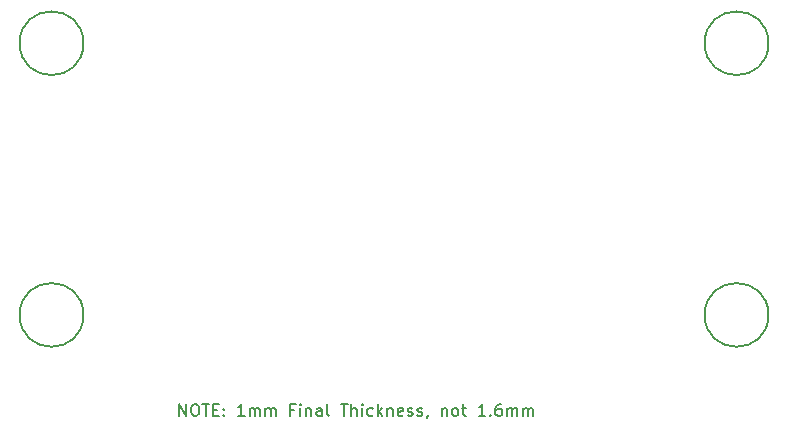
<source format=gbr>
G04 #@! TF.GenerationSoftware,KiCad,Pcbnew,(5.0.2)-1*
G04 #@! TF.CreationDate,2019-03-22T12:40:45+11:00*
G04 #@! TF.ProjectId,VeinCamHatZero,5665696e-4361-46d4-9861-745a65726f2e,rev?*
G04 #@! TF.SameCoordinates,Original*
G04 #@! TF.FileFunction,Other,Comment*
%FSLAX46Y46*%
G04 Gerber Fmt 4.6, Leading zero omitted, Abs format (unit mm)*
G04 Created by KiCad (PCBNEW (5.0.2)-1) date 22/03/2019 12:40:45*
%MOMM*%
%LPD*%
G01*
G04 APERTURE LIST*
%ADD10C,0.200000*%
%ADD11C,0.150000*%
G04 APERTURE END LIST*
D10*
X219323809Y-100052380D02*
X219323809Y-99052380D01*
X219895238Y-100052380D01*
X219895238Y-99052380D01*
X220561904Y-99052380D02*
X220752380Y-99052380D01*
X220847619Y-99100000D01*
X220942857Y-99195238D01*
X220990476Y-99385714D01*
X220990476Y-99719047D01*
X220942857Y-99909523D01*
X220847619Y-100004761D01*
X220752380Y-100052380D01*
X220561904Y-100052380D01*
X220466666Y-100004761D01*
X220371428Y-99909523D01*
X220323809Y-99719047D01*
X220323809Y-99385714D01*
X220371428Y-99195238D01*
X220466666Y-99100000D01*
X220561904Y-99052380D01*
X221276190Y-99052380D02*
X221847619Y-99052380D01*
X221561904Y-100052380D02*
X221561904Y-99052380D01*
X222180952Y-99528571D02*
X222514285Y-99528571D01*
X222657142Y-100052380D02*
X222180952Y-100052380D01*
X222180952Y-99052380D01*
X222657142Y-99052380D01*
X223085714Y-99957142D02*
X223133333Y-100004761D01*
X223085714Y-100052380D01*
X223038095Y-100004761D01*
X223085714Y-99957142D01*
X223085714Y-100052380D01*
X223085714Y-99433333D02*
X223133333Y-99480952D01*
X223085714Y-99528571D01*
X223038095Y-99480952D01*
X223085714Y-99433333D01*
X223085714Y-99528571D01*
X224847619Y-100052380D02*
X224276190Y-100052380D01*
X224561904Y-100052380D02*
X224561904Y-99052380D01*
X224466666Y-99195238D01*
X224371428Y-99290476D01*
X224276190Y-99338095D01*
X225276190Y-100052380D02*
X225276190Y-99385714D01*
X225276190Y-99480952D02*
X225323809Y-99433333D01*
X225419047Y-99385714D01*
X225561904Y-99385714D01*
X225657142Y-99433333D01*
X225704761Y-99528571D01*
X225704761Y-100052380D01*
X225704761Y-99528571D02*
X225752380Y-99433333D01*
X225847619Y-99385714D01*
X225990476Y-99385714D01*
X226085714Y-99433333D01*
X226133333Y-99528571D01*
X226133333Y-100052380D01*
X226609523Y-100052380D02*
X226609523Y-99385714D01*
X226609523Y-99480952D02*
X226657142Y-99433333D01*
X226752380Y-99385714D01*
X226895238Y-99385714D01*
X226990476Y-99433333D01*
X227038095Y-99528571D01*
X227038095Y-100052380D01*
X227038095Y-99528571D02*
X227085714Y-99433333D01*
X227180952Y-99385714D01*
X227323809Y-99385714D01*
X227419047Y-99433333D01*
X227466666Y-99528571D01*
X227466666Y-100052380D01*
X229038095Y-99528571D02*
X228704761Y-99528571D01*
X228704761Y-100052380D02*
X228704761Y-99052380D01*
X229180952Y-99052380D01*
X229561904Y-100052380D02*
X229561904Y-99385714D01*
X229561904Y-99052380D02*
X229514285Y-99100000D01*
X229561904Y-99147619D01*
X229609523Y-99100000D01*
X229561904Y-99052380D01*
X229561904Y-99147619D01*
X230038095Y-99385714D02*
X230038095Y-100052380D01*
X230038095Y-99480952D02*
X230085714Y-99433333D01*
X230180952Y-99385714D01*
X230323809Y-99385714D01*
X230419047Y-99433333D01*
X230466666Y-99528571D01*
X230466666Y-100052380D01*
X231371428Y-100052380D02*
X231371428Y-99528571D01*
X231323809Y-99433333D01*
X231228571Y-99385714D01*
X231038095Y-99385714D01*
X230942857Y-99433333D01*
X231371428Y-100004761D02*
X231276190Y-100052380D01*
X231038095Y-100052380D01*
X230942857Y-100004761D01*
X230895238Y-99909523D01*
X230895238Y-99814285D01*
X230942857Y-99719047D01*
X231038095Y-99671428D01*
X231276190Y-99671428D01*
X231371428Y-99623809D01*
X231990476Y-100052380D02*
X231895238Y-100004761D01*
X231847619Y-99909523D01*
X231847619Y-99052380D01*
X232990476Y-99052380D02*
X233561904Y-99052380D01*
X233276190Y-100052380D02*
X233276190Y-99052380D01*
X233895238Y-100052380D02*
X233895238Y-99052380D01*
X234323809Y-100052380D02*
X234323809Y-99528571D01*
X234276190Y-99433333D01*
X234180952Y-99385714D01*
X234038095Y-99385714D01*
X233942857Y-99433333D01*
X233895238Y-99480952D01*
X234800000Y-100052380D02*
X234800000Y-99385714D01*
X234800000Y-99052380D02*
X234752380Y-99100000D01*
X234800000Y-99147619D01*
X234847619Y-99100000D01*
X234800000Y-99052380D01*
X234800000Y-99147619D01*
X235704761Y-100004761D02*
X235609523Y-100052380D01*
X235419047Y-100052380D01*
X235323809Y-100004761D01*
X235276190Y-99957142D01*
X235228571Y-99861904D01*
X235228571Y-99576190D01*
X235276190Y-99480952D01*
X235323809Y-99433333D01*
X235419047Y-99385714D01*
X235609523Y-99385714D01*
X235704761Y-99433333D01*
X236133333Y-100052380D02*
X236133333Y-99052380D01*
X236228571Y-99671428D02*
X236514285Y-100052380D01*
X236514285Y-99385714D02*
X236133333Y-99766666D01*
X236942857Y-99385714D02*
X236942857Y-100052380D01*
X236942857Y-99480952D02*
X236990476Y-99433333D01*
X237085714Y-99385714D01*
X237228571Y-99385714D01*
X237323809Y-99433333D01*
X237371428Y-99528571D01*
X237371428Y-100052380D01*
X238228571Y-100004761D02*
X238133333Y-100052380D01*
X237942857Y-100052380D01*
X237847619Y-100004761D01*
X237800000Y-99909523D01*
X237800000Y-99528571D01*
X237847619Y-99433333D01*
X237942857Y-99385714D01*
X238133333Y-99385714D01*
X238228571Y-99433333D01*
X238276190Y-99528571D01*
X238276190Y-99623809D01*
X237800000Y-99719047D01*
X238657142Y-100004761D02*
X238752380Y-100052380D01*
X238942857Y-100052380D01*
X239038095Y-100004761D01*
X239085714Y-99909523D01*
X239085714Y-99861904D01*
X239038095Y-99766666D01*
X238942857Y-99719047D01*
X238800000Y-99719047D01*
X238704761Y-99671428D01*
X238657142Y-99576190D01*
X238657142Y-99528571D01*
X238704761Y-99433333D01*
X238800000Y-99385714D01*
X238942857Y-99385714D01*
X239038095Y-99433333D01*
X239466666Y-100004761D02*
X239561904Y-100052380D01*
X239752380Y-100052380D01*
X239847619Y-100004761D01*
X239895238Y-99909523D01*
X239895238Y-99861904D01*
X239847619Y-99766666D01*
X239752380Y-99719047D01*
X239609523Y-99719047D01*
X239514285Y-99671428D01*
X239466666Y-99576190D01*
X239466666Y-99528571D01*
X239514285Y-99433333D01*
X239609523Y-99385714D01*
X239752380Y-99385714D01*
X239847619Y-99433333D01*
X240371428Y-100004761D02*
X240371428Y-100052380D01*
X240323809Y-100147619D01*
X240276190Y-100195238D01*
X241561904Y-99385714D02*
X241561904Y-100052380D01*
X241561904Y-99480952D02*
X241609523Y-99433333D01*
X241704761Y-99385714D01*
X241847619Y-99385714D01*
X241942857Y-99433333D01*
X241990476Y-99528571D01*
X241990476Y-100052380D01*
X242609523Y-100052380D02*
X242514285Y-100004761D01*
X242466666Y-99957142D01*
X242419047Y-99861904D01*
X242419047Y-99576190D01*
X242466666Y-99480952D01*
X242514285Y-99433333D01*
X242609523Y-99385714D01*
X242752380Y-99385714D01*
X242847619Y-99433333D01*
X242895238Y-99480952D01*
X242942857Y-99576190D01*
X242942857Y-99861904D01*
X242895238Y-99957142D01*
X242847619Y-100004761D01*
X242752380Y-100052380D01*
X242609523Y-100052380D01*
X243228571Y-99385714D02*
X243609523Y-99385714D01*
X243371428Y-99052380D02*
X243371428Y-99909523D01*
X243419047Y-100004761D01*
X243514285Y-100052380D01*
X243609523Y-100052380D01*
X245228571Y-100052380D02*
X244657142Y-100052380D01*
X244942857Y-100052380D02*
X244942857Y-99052380D01*
X244847619Y-99195238D01*
X244752380Y-99290476D01*
X244657142Y-99338095D01*
X245657142Y-99957142D02*
X245704761Y-100004761D01*
X245657142Y-100052380D01*
X245609523Y-100004761D01*
X245657142Y-99957142D01*
X245657142Y-100052380D01*
X246561904Y-99052380D02*
X246371428Y-99052380D01*
X246276190Y-99100000D01*
X246228571Y-99147619D01*
X246133333Y-99290476D01*
X246085714Y-99480952D01*
X246085714Y-99861904D01*
X246133333Y-99957142D01*
X246180952Y-100004761D01*
X246276190Y-100052380D01*
X246466666Y-100052380D01*
X246561904Y-100004761D01*
X246609523Y-99957142D01*
X246657142Y-99861904D01*
X246657142Y-99623809D01*
X246609523Y-99528571D01*
X246561904Y-99480952D01*
X246466666Y-99433333D01*
X246276190Y-99433333D01*
X246180952Y-99480952D01*
X246133333Y-99528571D01*
X246085714Y-99623809D01*
X247085714Y-100052380D02*
X247085714Y-99385714D01*
X247085714Y-99480952D02*
X247133333Y-99433333D01*
X247228571Y-99385714D01*
X247371428Y-99385714D01*
X247466666Y-99433333D01*
X247514285Y-99528571D01*
X247514285Y-100052380D01*
X247514285Y-99528571D02*
X247561904Y-99433333D01*
X247657142Y-99385714D01*
X247800000Y-99385714D01*
X247895238Y-99433333D01*
X247942857Y-99528571D01*
X247942857Y-100052380D01*
X248419047Y-100052380D02*
X248419047Y-99385714D01*
X248419047Y-99480952D02*
X248466666Y-99433333D01*
X248561904Y-99385714D01*
X248704761Y-99385714D01*
X248800000Y-99433333D01*
X248847619Y-99528571D01*
X248847619Y-100052380D01*
X248847619Y-99528571D02*
X248895238Y-99433333D01*
X248990476Y-99385714D01*
X249133333Y-99385714D01*
X249228571Y-99433333D01*
X249276190Y-99528571D01*
X249276190Y-100052380D01*
D11*
G04 #@! TO.C,H1*
X211200000Y-68500000D02*
G75*
G03X211200000Y-68500000I-2700000J0D01*
G01*
G04 #@! TO.C,H2*
X211200000Y-91500000D02*
G75*
G03X211200000Y-91500000I-2700000J0D01*
G01*
G04 #@! TO.C,H3*
X269200000Y-91500000D02*
G75*
G03X269200000Y-91500000I-2700000J0D01*
G01*
G04 #@! TO.C,H4*
X269200000Y-68500000D02*
G75*
G03X269200000Y-68500000I-2700000J0D01*
G01*
G04 #@! TD*
M02*

</source>
